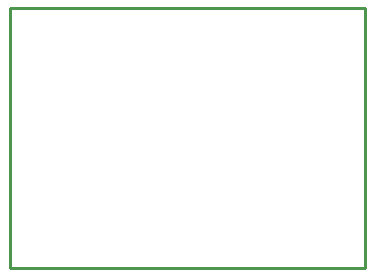
<source format=gko>
%FSLAX25Y25*%
%MOIN*%
G70*
G01*
G75*
G04 Layer_Color=16711935*
%ADD10R,0.03543X0.03150*%
%ADD11R,0.11811X0.05906*%
%ADD12R,0.11811X0.03937*%
%ADD13R,0.05118X0.03937*%
%ADD14C,0.01000*%
%ADD15C,0.06000*%
%ADD16C,0.03937*%
%ADD17C,0.23622*%
%ADD18C,0.00030*%
%ADD19C,0.00787*%
%ADD20C,0.05906*%
%ADD21R,0.04343X0.03950*%
%ADD22R,0.12611X0.06706*%
%ADD23R,0.12611X0.04737*%
%ADD24R,0.05918X0.04737*%
%ADD25C,0.06800*%
%ADD26C,0.00394*%
D14*
X0Y86614D02*
X118110D01*
X0Y0D02*
Y86614D01*
Y0D02*
X118110D01*
Y86614D01*
M02*

</source>
